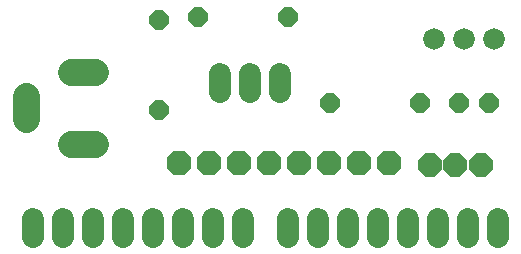
<source format=gts>
G75*
%MOIN*%
%OFA0B0*%
%FSLAX25Y25*%
%IPPOS*%
%LPD*%
%AMOC8*
5,1,8,0,0,1.08239X$1,22.5*
%
%ADD10C,0.07200*%
%ADD11OC8,0.08200*%
%ADD12OC8,0.06400*%
%ADD13OC8,0.07800*%
%ADD14C,0.09074*%
%ADD15C,0.07200*%
D10*
X0017524Y0017587D02*
X0017524Y0023587D01*
X0027524Y0023587D02*
X0027524Y0017587D01*
X0037524Y0017587D02*
X0037524Y0023587D01*
X0047524Y0023587D02*
X0047524Y0017587D01*
X0057524Y0017587D02*
X0057524Y0023587D01*
X0067524Y0023587D02*
X0067524Y0017587D01*
X0077524Y0017587D02*
X0077524Y0023587D01*
X0087524Y0023587D02*
X0087524Y0017587D01*
X0102524Y0017587D02*
X0102524Y0023587D01*
X0112524Y0023587D02*
X0112524Y0017587D01*
X0122524Y0017587D02*
X0122524Y0023587D01*
X0132524Y0023587D02*
X0132524Y0017587D01*
X0142524Y0017587D02*
X0142524Y0023587D01*
X0152524Y0023587D02*
X0152524Y0017587D01*
X0162524Y0017587D02*
X0162524Y0023587D01*
X0172524Y0023587D02*
X0172524Y0017587D01*
X0099989Y0065965D02*
X0099989Y0071965D01*
X0089989Y0071965D02*
X0089989Y0065965D01*
X0079989Y0065965D02*
X0079989Y0071965D01*
D11*
X0076209Y0042150D03*
X0086209Y0042150D03*
X0096209Y0042150D03*
X0106209Y0042150D03*
X0116209Y0042150D03*
X0126209Y0042150D03*
X0136209Y0042150D03*
X0066209Y0042150D03*
D12*
X0059568Y0060087D03*
X0059568Y0090087D03*
X0072461Y0091083D03*
X0102461Y0091083D03*
X0116524Y0062150D03*
X0146524Y0062150D03*
X0159524Y0062213D03*
X0169524Y0062213D03*
D13*
X0166772Y0041650D03*
X0158272Y0041650D03*
X0149772Y0041650D03*
D14*
X0038020Y0048650D02*
X0030146Y0048650D01*
X0015186Y0056918D02*
X0015186Y0064792D01*
X0030146Y0072666D02*
X0038020Y0072666D01*
D15*
X0151249Y0083690D03*
X0161249Y0083690D03*
X0171249Y0083690D03*
M02*

</source>
